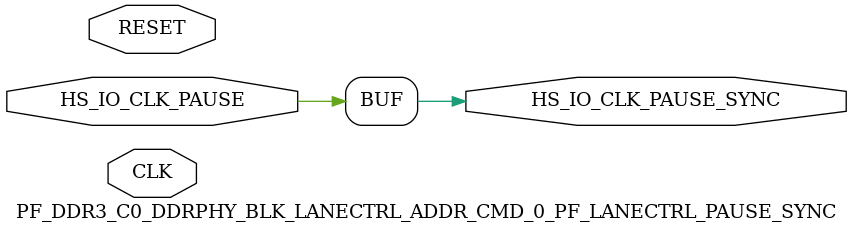
<source format=v>


module PF_DDR3_C0_DDRPHY_BLK_LANECTRL_ADDR_CMD_0_PF_LANECTRL_PAUSE_SYNC( CLK, RESET, HS_IO_CLK_PAUSE, HS_IO_CLK_PAUSE_SYNC );
	
	input CLK, RESET, HS_IO_CLK_PAUSE;
	output HS_IO_CLK_PAUSE_SYNC;

	parameter ENABLE_PAUSE_EXTENSION = 2'b00;

	reg pause_reg_0, pause_reg_1, pause;
	wire pause_sync_0_i;

	generate 
		if( ENABLE_PAUSE_EXTENSION == 3'b000 ) begin : feed
			assign HS_IO_CLK_PAUSE_SYNC = HS_IO_CLK_PAUSE;
		end else if( ENABLE_PAUSE_EXTENSION == 3'b001 ) begin : pipe
			(* HS_IO_CLK_PAUSE_SYNC = 1, syn_keep = 1 *) SLE pause_sync_0(
				.CLK( CLK ),
				.D( HS_IO_CLK_PAUSE ),
				.Q( pause_sync_0_i ),
				.LAT( 1'b0 ),
				.EN( 1'b1 ),
				.ALn( ~RESET ),
				.ADn( 1'b1 ),
				.SLn( 1'b1 ),
				.SD( 1'b0 )
				);

			(* HS_IO_CLK_PAUSE_SYNC = 1, syn_keep = 1 *) SLE pause_sync (
				.CLK( CLK ),
				.D( pause_sync_0_i ),
				.Q( HS_IO_CLK_PAUSE_SYNC ),
				.LAT( 1'b0 ),
				.EN( 1'b1 ),
				.ALn( ~RESET ),
				.ADn( 1'b1 ),
				.SLn( 1'b1 ),
				.SD( 1'b0 )
				);
		end else if ( ENABLE_PAUSE_EXTENSION == 3'b010 ) begin : ext_pipe
			always @(posedge CLK or posedge RESET) begin : ext
				if( RESET == 1'b1 ) begin
					pause_reg_0 <= 1'b0;
					pause_reg_1 <= 1'b0;
					pause <= 1'b0;
				end else begin
					pause_reg_0 <= HS_IO_CLK_PAUSE;
					pause_reg_1 <= pause_reg_0;
					if( HS_IO_CLK_PAUSE == 1'b0 && pause_reg_0 ==1'b1 && pause_reg_1 == 1'b0 )
						pause <= 1'b1; // Extend by 1 cycle if the pulse is less than a cycle
					else
						pause <= HS_IO_CLK_PAUSE;
				end
			end

			(* HS_IO_CLK_PAUSE_SYNC = 1, syn_keep = 1 *) SLE pause_sync (
				.CLK( CLK ),
				.D( pause ),
				.Q( HS_IO_CLK_PAUSE_SYNC ),
				.LAT( 1'b0 ),
				.EN( 1'b1 ),
				.ALn( ~RESET ),
				.ADn( 1'b1 ),
				.SLn( 1'b1 ),
				.SD( 1'b0 )
				);
		end else if ( ENABLE_PAUSE_EXTENSION == 3'b011 ) begin : pipe_fall 
			(* HS_IO_CLK_PAUSE_SYNC = 1, syn_keep = 1 *) SLE pause_sync_0 (
				.CLK( CLK ),
				.D( HS_IO_CLK_PAUSE ),
				.Q( pause_sync_0_i ),
				.LAT( 1'b0 ),
				.EN( 1'b1 ),
				.ALn( ~RESET ),
				.ADn( 1'b1 ),
				.SLn( 1'b1 ),
				.SD( 1'b0 )
				);

			(* HS_IO_CLK_PAUSE_SYNC = 1, syn_keep = 1 *) SLE pause_sync (
				.CLK( ~CLK ),
				.D( pause_sync_0_i ),
				.Q( HS_IO_CLK_PAUSE_SYNC ),
				.LAT( 1'b0 ),
				.EN( 1'b1 ),
				.ALn( ~RESET ),
				.ADn( 1'b1 ),
				.SLn( 1'b1 ),
				.SD( 1'b0 )
				);
		end else if ( ENABLE_PAUSE_EXTENSION == 3'b100 ) begin : ext_pipe_fall 
			always @(posedge CLK or posedge RESET) begin : ext
				if( RESET == 1'b1 ) begin
					pause_reg_0 <= 1'b0;
					pause_reg_1 <= 1'b0;
					pause <= 1'b0;
				end else begin
					pause_reg_0 <= HS_IO_CLK_PAUSE;
					pause_reg_1 <= pause_reg_0;
					if( HS_IO_CLK_PAUSE == 1'b0 && pause_reg_0 ==1'b1 && pause_reg_1 == 1'b0 )
						pause <= 1'b1; // Extend by 1 cycle if the pulse is less than a cycle
					else
						pause <= HS_IO_CLK_PAUSE;
				end
			end

			(* HS_IO_CLK_PAUSE_SYNC = 1, syn_keep = 1 *) SLE pause_sync (
				.CLK( ~CLK ),
				.D( pause ),
				.Q( HS_IO_CLK_PAUSE_SYNC ),
				.LAT( 1'b0 ),
				.EN( 1'b1 ),
				.ALn( ~RESET ),
				.ADn( 1'b1 ),
				.SLn( 1'b1 ),
				.SD( 1'b0 )
				);
		end
	endgenerate

endmodule
</source>
